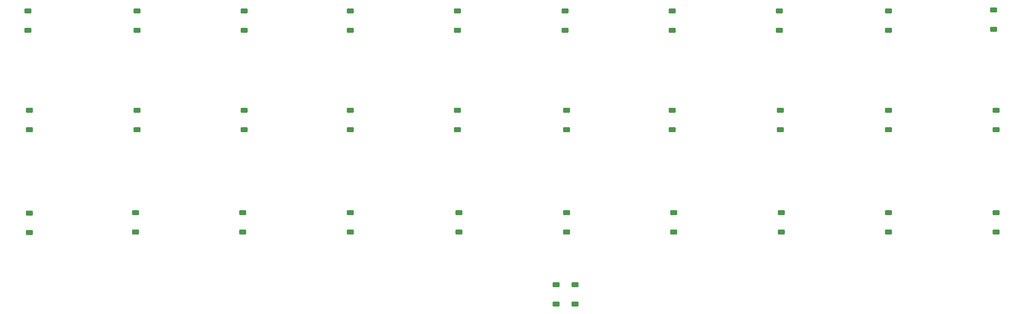
<source format=gbr>
%TF.GenerationSoftware,KiCad,Pcbnew,8.0.6*%
%TF.CreationDate,2025-04-17T08:46:24+02:00*%
%TF.ProjectId,KYBR_ORTHO,4b594252-5f4f-4525-9448-4f2e6b696361,rev?*%
%TF.SameCoordinates,Original*%
%TF.FileFunction,Paste,Top*%
%TF.FilePolarity,Positive*%
%FSLAX46Y46*%
G04 Gerber Fmt 4.6, Leading zero omitted, Abs format (unit mm)*
G04 Created by KiCad (PCBNEW 8.0.6) date 2025-04-17 08:46:24*
%MOMM*%
%LPD*%
G01*
G04 APERTURE LIST*
G04 Aperture macros list*
%AMRoundRect*
0 Rectangle with rounded corners*
0 $1 Rounding radius*
0 $2 $3 $4 $5 $6 $7 $8 $9 X,Y pos of 4 corners*
0 Add a 4 corners polygon primitive as box body*
4,1,4,$2,$3,$4,$5,$6,$7,$8,$9,$2,$3,0*
0 Add four circle primitives for the rounded corners*
1,1,$1+$1,$2,$3*
1,1,$1+$1,$4,$5*
1,1,$1+$1,$6,$7*
1,1,$1+$1,$8,$9*
0 Add four rect primitives between the rounded corners*
20,1,$1+$1,$2,$3,$4,$5,0*
20,1,$1+$1,$4,$5,$6,$7,0*
20,1,$1+$1,$6,$7,$8,$9,0*
20,1,$1+$1,$8,$9,$2,$3,0*%
G04 Aperture macros list end*
%ADD10RoundRect,0.225000X0.375000X-0.225000X0.375000X0.225000X-0.375000X0.225000X-0.375000X-0.225000X0*%
%ADD11RoundRect,0.225000X-0.375000X0.225000X-0.375000X-0.225000X0.375000X-0.225000X0.375000X0.225000X0*%
G04 APERTURE END LIST*
D10*
%TO.C,D14*%
X150750000Y-85650000D03*
X150750000Y-82350000D03*
%TD*%
%TO.C,D4*%
X96250000Y-85650000D03*
X96250000Y-82350000D03*
%TD*%
%TO.C,D12*%
X132500000Y-103050000D03*
X132500000Y-99750000D03*
%TD*%
%TO.C,D21*%
X224000000Y-68650000D03*
X224000000Y-65350000D03*
%TD*%
%TO.C,D10*%
X132500000Y-68650000D03*
X132500000Y-65350000D03*
%TD*%
%TO.C,D11*%
X132500000Y-85650000D03*
X132500000Y-82350000D03*
%TD*%
%TO.C,D24*%
X205600000Y-85650000D03*
X205600000Y-82350000D03*
%TD*%
%TO.C,D22*%
X241800000Y-68550000D03*
X241800000Y-65250000D03*
%TD*%
%TO.C,D3*%
X78000000Y-85650000D03*
X78000000Y-82350000D03*
%TD*%
%TO.C,D20*%
X205400000Y-68650000D03*
X205400000Y-65350000D03*
%TD*%
%TO.C,D25*%
X224000000Y-85650000D03*
X224000000Y-82350000D03*
%TD*%
D11*
%TO.C,D31*%
X167500000Y-112000000D03*
X167500000Y-115300000D03*
%TD*%
D10*
%TO.C,D28*%
X224000000Y-103050000D03*
X224000000Y-99750000D03*
%TD*%
%TO.C,D9*%
X114250000Y-103050000D03*
X114250000Y-99750000D03*
%TD*%
%TO.C,D18*%
X169250000Y-103050000D03*
X169250000Y-99750000D03*
%TD*%
%TO.C,D7*%
X114500000Y-68650000D03*
X114500000Y-65350000D03*
%TD*%
%TO.C,D8*%
X114500000Y-85650000D03*
X114500000Y-82350000D03*
%TD*%
%TO.C,D16*%
X169000000Y-68650000D03*
X169000000Y-65350000D03*
%TD*%
%TO.C,D30*%
X187500000Y-103050000D03*
X187500000Y-99750000D03*
%TD*%
%TO.C,D19*%
X187250000Y-68650000D03*
X187250000Y-65350000D03*
%TD*%
%TO.C,D26*%
X242250000Y-85650000D03*
X242250000Y-82350000D03*
%TD*%
%TO.C,D23*%
X187250000Y-85650000D03*
X187250000Y-82350000D03*
%TD*%
%TO.C,D17*%
X169250000Y-85650000D03*
X169250000Y-82350000D03*
%TD*%
%TO.C,D15*%
X151000000Y-103050000D03*
X151000000Y-99750000D03*
%TD*%
%TO.C,D13*%
X150750000Y-68650000D03*
X150750000Y-65350000D03*
%TD*%
%TO.C,D1*%
X77750000Y-68650000D03*
X77750000Y-65350000D03*
%TD*%
%TO.C,D29*%
X205750000Y-103050000D03*
X205750000Y-99750000D03*
%TD*%
%TO.C,D5*%
X78000000Y-103150000D03*
X78000000Y-99850000D03*
%TD*%
%TO.C,D27*%
X242250000Y-103050000D03*
X242250000Y-99750000D03*
%TD*%
%TO.C,D2*%
X96250000Y-68650000D03*
X96250000Y-65350000D03*
%TD*%
%TO.C,D6*%
X96000000Y-103050000D03*
X96000000Y-99750000D03*
%TD*%
D11*
%TO.C,D32*%
X170750000Y-112000000D03*
X170750000Y-115300000D03*
%TD*%
M02*

</source>
